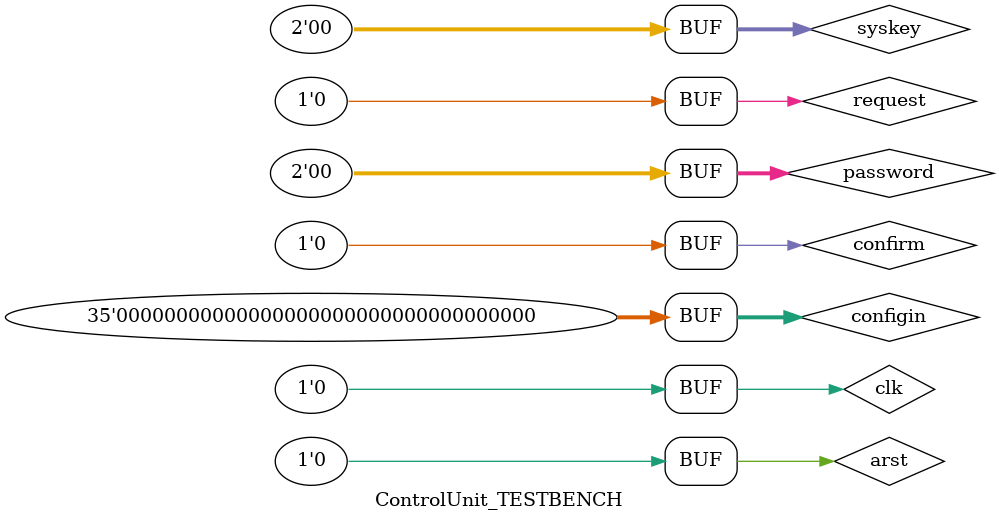
<source format=v>
`timescale 1ns / 1ps


module ControlUnit_TESTBENCH;

	// Inputs
	reg arst;
	reg clk;
	reg request;
	reg confirm;
	reg [1:0] password;
	reg [1:0] syskey;
	reg [34:0] configin;

	// Outputs
	wire [34:0] configout;
	wire write_en;
	wire [2:0] dbg_state;

	// Instantiate the Unit Under Test (UUT)
	ControlUnit uut (
		.arst(arst), 
		.clk(clk), 
		.request(request), 
		.confirm(confirm), 
		.password(password), 
		.syskey(syskey), 
		.configin(configin), 
		.configout(configout), 
		.write_en(write_en), 
		.dbg_state(dbg_state)
	);

	initial begin
		// Initialize Inputs
		arst = 0;
		clk = 0;
		request = 0;
		confirm = 0;
		password = 0;
		syskey = 0;
		configin = 0;

		// Wait 100 ns for global reset to finish
		#100;
        
		// Add stimulus here

	end
      
endmodule


</source>
